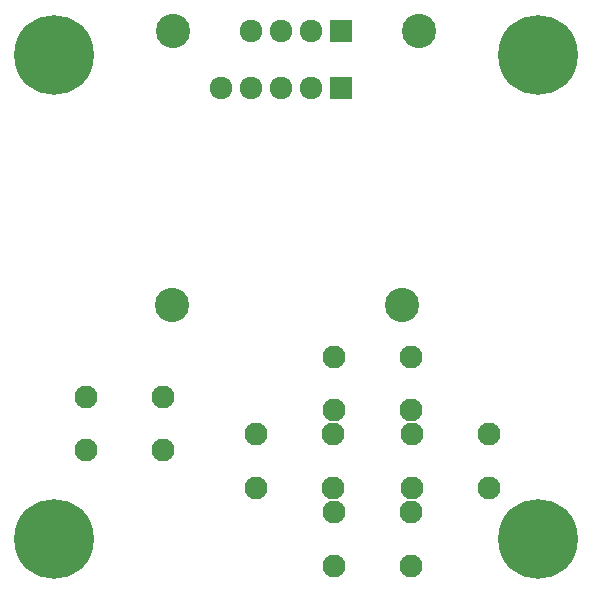
<source format=gbs>
G04 (created by PCBNEW (2013-07-07 BZR 4022)-stable) date 3/7/2015 2:00:05 PM*
%MOIN*%
G04 Gerber Fmt 3.4, Leading zero omitted, Abs format*
%FSLAX34Y34*%
G01*
G70*
G90*
G04 APERTURE LIST*
%ADD10C,0.00590551*%
%ADD11C,0.076748*%
%ADD12C,0.265748*%
%ADD13R,0.075748X0.075748*%
%ADD14C,0.075748*%
%ADD15C,0.114173*%
G04 APERTURE END LIST*
G54D10*
G54D11*
X50924Y-39822D03*
X50924Y-41594D03*
X53484Y-39822D03*
X53484Y-41594D03*
X48326Y-37224D03*
X48326Y-38996D03*
X50886Y-37224D03*
X50886Y-38996D03*
X48326Y-42421D03*
X48326Y-44193D03*
X50886Y-42421D03*
X50886Y-44193D03*
X45727Y-39822D03*
X45727Y-41594D03*
X48287Y-39822D03*
X48287Y-41594D03*
X40058Y-38562D03*
X40058Y-40334D03*
X42618Y-38562D03*
X42618Y-40334D03*
G54D12*
X55118Y-43307D03*
X38976Y-43307D03*
X55118Y-27165D03*
X38976Y-27165D03*
G54D13*
X48547Y-26377D03*
G54D14*
X47547Y-26377D03*
X46547Y-26377D03*
X45547Y-26377D03*
G54D15*
X50590Y-35523D03*
X42913Y-35523D03*
X51141Y-26377D03*
X42952Y-26377D03*
G54D13*
X48535Y-28267D03*
G54D14*
X47535Y-28267D03*
X46535Y-28267D03*
X45535Y-28267D03*
X44535Y-28267D03*
M02*

</source>
